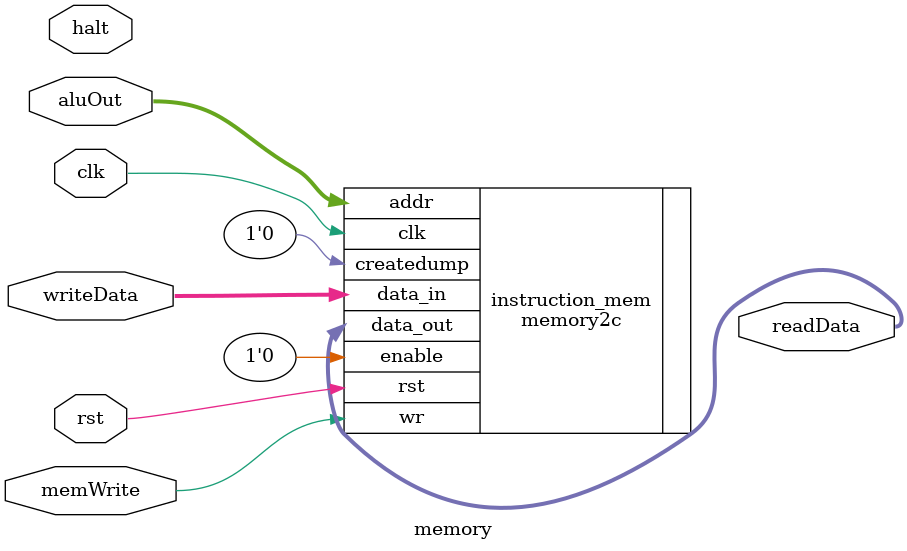
<source format=v>
/*
   CS/ECE 552 Spring '22
  
   Filename        : memory.v
   Description     : This module contains all components in the Memory stage of the 
                     processor.
*/
`default_nettype none
module memory (input wire clk,
               input wire rst,
               input wire memWrite,
               input wire [15:0]aluOut,
               input wire [15:0]writeData,
               input wire halt,
               output wire [15:0]readData);

   // TODO enable vs wr? what do we do here?
   // TODO what to do with halt?

   // wr = memReadOrWrite
   // enable = memWrite
   // memRead?

   memory2c instruction_mem( .data_out(readData), .data_in(writeData), .addr(aluOut), 
                              .enable(1'b0), .wr(memWrite), .createdump(1'b0), 
                              .clk(clk), .rst(rst)); 


endmodule
`default_nettype wire

</source>
